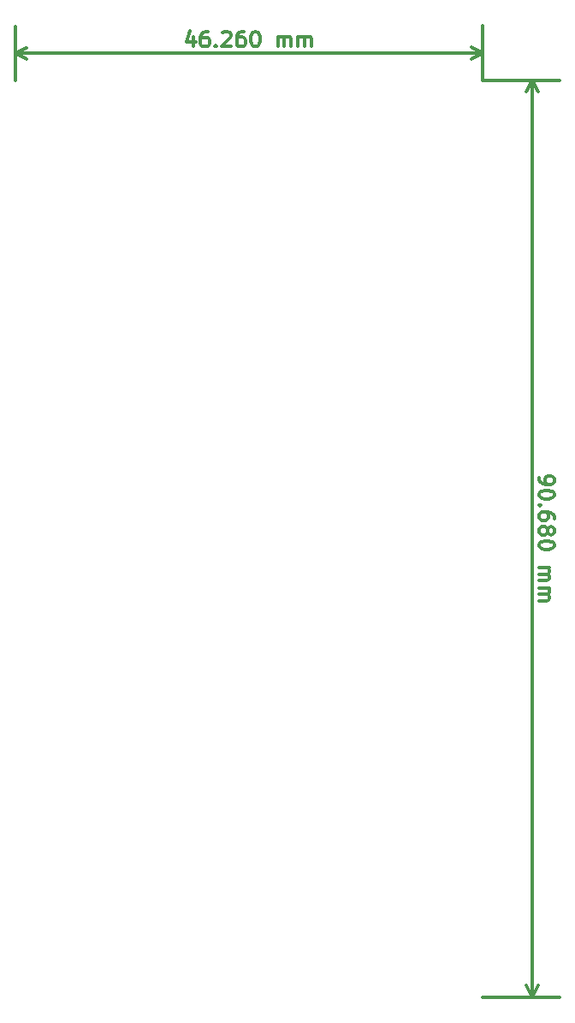
<source format=gbr>
G04 #@! TF.FileFunction,Other,ECO2*
%FSLAX46Y46*%
G04 Gerber Fmt 4.6, Leading zero omitted, Abs format (unit mm)*
G04 Created by KiCad (PCBNEW 4.0.7) date 04/25/19 22:47:30*
%MOMM*%
%LPD*%
G01*
G04 APERTURE LIST*
%ADD10C,0.100000*%
%ADD11C,0.300000*%
G04 APERTURE END LIST*
D10*
D11*
X164976107Y-82717958D02*
X164976139Y-83003673D01*
X165047583Y-83146522D01*
X165119020Y-83217942D01*
X165333320Y-83360776D01*
X165619043Y-83432173D01*
X166190471Y-83432110D01*
X166333320Y-83360666D01*
X166404741Y-83289229D01*
X166476155Y-83146364D01*
X166476123Y-82860650D01*
X166404678Y-82717800D01*
X166333242Y-82646380D01*
X166190377Y-82574967D01*
X165833234Y-82575006D01*
X165690385Y-82646451D01*
X165618964Y-82717887D01*
X165547551Y-82860753D01*
X165547583Y-83146467D01*
X165619027Y-83289316D01*
X165690463Y-83360737D01*
X165833328Y-83432149D01*
X166476289Y-84360649D02*
X166476304Y-84503506D01*
X166404891Y-84646371D01*
X166333470Y-84717808D01*
X166190621Y-84789253D01*
X165904915Y-84860712D01*
X165547772Y-84860752D01*
X165262050Y-84789355D01*
X165119185Y-84717942D01*
X165047748Y-84646521D01*
X164976304Y-84503672D01*
X164976289Y-84360815D01*
X165047701Y-84217950D01*
X165119122Y-84146513D01*
X165261971Y-84075069D01*
X165547677Y-84003609D01*
X165904820Y-84003569D01*
X166190542Y-84074967D01*
X166333407Y-84146379D01*
X166404844Y-84217800D01*
X166476289Y-84360649D01*
X165119272Y-85503656D02*
X165047851Y-85575092D01*
X164976415Y-85503672D01*
X165047835Y-85432235D01*
X165119272Y-85503656D01*
X164976415Y-85503672D01*
X166476564Y-86860649D02*
X166476533Y-86574935D01*
X166405088Y-86432086D01*
X166333651Y-86360665D01*
X166119350Y-86217832D01*
X165833628Y-86146434D01*
X165262200Y-86146497D01*
X165119350Y-86217942D01*
X165047929Y-86289378D01*
X164976517Y-86432244D01*
X164976549Y-86717958D01*
X165047992Y-86860807D01*
X165119429Y-86932228D01*
X165262294Y-87003640D01*
X165619437Y-87003601D01*
X165762286Y-86932157D01*
X165833706Y-86860720D01*
X165905120Y-86717855D01*
X165905088Y-86432141D01*
X165833643Y-86289291D01*
X165762207Y-86217871D01*
X165619343Y-86146458D01*
X165833817Y-87860720D02*
X165905230Y-87717854D01*
X165976651Y-87646419D01*
X166119500Y-87574974D01*
X166190928Y-87574966D01*
X166333793Y-87646379D01*
X166405230Y-87717799D01*
X166476675Y-87860649D01*
X166476706Y-88146363D01*
X166405293Y-88289228D01*
X166333872Y-88360665D01*
X166191023Y-88432109D01*
X166119595Y-88432117D01*
X165976730Y-88360705D01*
X165905293Y-88289283D01*
X165833848Y-88146434D01*
X165833817Y-87860720D01*
X165762373Y-87717870D01*
X165690936Y-87646450D01*
X165548071Y-87575037D01*
X165262357Y-87575068D01*
X165119508Y-87646513D01*
X165048087Y-87717949D01*
X164976675Y-87860815D01*
X164976706Y-88146529D01*
X165048150Y-88289378D01*
X165119587Y-88360799D01*
X165262452Y-88432211D01*
X165548166Y-88432180D01*
X165691015Y-88360736D01*
X165762436Y-88289299D01*
X165833848Y-88146434D01*
X166476840Y-89360648D02*
X166476856Y-89503505D01*
X166405443Y-89646370D01*
X166334021Y-89717807D01*
X166191172Y-89789252D01*
X165905466Y-89860711D01*
X165548323Y-89860751D01*
X165262601Y-89789354D01*
X165119736Y-89717941D01*
X165048300Y-89646520D01*
X164976856Y-89503671D01*
X164976840Y-89360814D01*
X165048252Y-89217949D01*
X165119673Y-89146512D01*
X165262523Y-89075068D01*
X165548229Y-89003608D01*
X165905372Y-89003568D01*
X166191094Y-89074966D01*
X166333958Y-89146378D01*
X166405395Y-89217799D01*
X166476840Y-89360648D01*
X164977092Y-91646528D02*
X165977092Y-91646418D01*
X165834234Y-91646433D02*
X165905671Y-91717853D01*
X165977116Y-91860704D01*
X165977139Y-92074989D01*
X165905726Y-92217853D01*
X165762877Y-92289298D01*
X164977163Y-92289385D01*
X165762877Y-92289298D02*
X165905742Y-92360711D01*
X165977187Y-92503561D01*
X165977210Y-92717846D01*
X165905797Y-92860711D01*
X165762948Y-92932155D01*
X164977234Y-92932242D01*
X164977313Y-93646528D02*
X165977313Y-93646418D01*
X165834455Y-93646433D02*
X165905892Y-93717853D01*
X165977336Y-93860704D01*
X165977360Y-94074989D01*
X165905947Y-94217853D01*
X165763098Y-94289298D01*
X164977384Y-94289385D01*
X165763098Y-94289298D02*
X165905962Y-94360711D01*
X165977407Y-94503561D01*
X165977431Y-94717846D01*
X165906018Y-94860711D01*
X165763168Y-94932155D01*
X164977454Y-94932242D01*
X164300348Y-43449460D02*
X164310348Y-134129460D01*
X159400000Y-43450000D02*
X167000348Y-43449162D01*
X159410000Y-134130000D02*
X167010348Y-134129162D01*
X164310348Y-134129460D02*
X163723803Y-133003021D01*
X164310348Y-134129460D02*
X164896645Y-133002892D01*
X164300348Y-43449460D02*
X163714051Y-44576028D01*
X164300348Y-43449460D02*
X164886893Y-44575899D01*
X130769061Y-39124828D02*
X130769277Y-40124828D01*
X130411794Y-38553477D02*
X130054883Y-39624982D01*
X130983455Y-39624782D01*
X132197524Y-38624519D02*
X131911810Y-38624581D01*
X131768968Y-38696041D01*
X131697554Y-38767485D01*
X131554744Y-38981801D01*
X131483377Y-39267532D01*
X131483500Y-39838960D01*
X131554960Y-39981801D01*
X131626403Y-40053215D01*
X131769277Y-40124612D01*
X132054991Y-40124550D01*
X132197832Y-40053091D01*
X132269246Y-39981647D01*
X132340643Y-39838774D01*
X132340566Y-39481631D01*
X132269107Y-39338790D01*
X132197662Y-39267377D01*
X132054790Y-39195979D01*
X131769076Y-39196041D01*
X131626234Y-39267501D01*
X131554821Y-39338944D01*
X131483423Y-39481817D01*
X132983531Y-39981492D02*
X133054974Y-40052906D01*
X132983562Y-40124349D01*
X132912117Y-40052937D01*
X132983531Y-39981492D01*
X132983562Y-40124349D01*
X133626125Y-38767068D02*
X133697539Y-38695624D01*
X133840380Y-38624164D01*
X134197523Y-38624087D01*
X134340396Y-38695485D01*
X134411840Y-38766898D01*
X134483299Y-38909740D01*
X134483330Y-39052597D01*
X134411948Y-39266898D01*
X133554991Y-40124226D01*
X134483562Y-40124025D01*
X135768951Y-38623747D02*
X135483237Y-38623809D01*
X135340396Y-38695269D01*
X135268982Y-38766713D01*
X135126172Y-38981029D01*
X135054804Y-39266759D01*
X135054928Y-39838187D01*
X135126388Y-39981029D01*
X135197831Y-40052443D01*
X135340705Y-40123840D01*
X135626419Y-40123778D01*
X135769260Y-40052319D01*
X135840674Y-39980875D01*
X135912071Y-39838002D01*
X135911994Y-39480859D01*
X135840535Y-39338018D01*
X135769090Y-39266605D01*
X135626218Y-39195207D01*
X135340504Y-39195269D01*
X135197661Y-39266729D01*
X135126249Y-39338172D01*
X135054851Y-39481044D01*
X136840379Y-38623515D02*
X136983236Y-38623485D01*
X137126109Y-38694883D01*
X137197553Y-38766296D01*
X137269013Y-38909138D01*
X137340503Y-39194836D01*
X137340580Y-39551979D01*
X137269214Y-39837709D01*
X137197816Y-39980581D01*
X137126402Y-40052026D01*
X136983561Y-40123485D01*
X136840704Y-40123515D01*
X136697831Y-40052118D01*
X136626387Y-39980705D01*
X136554928Y-39837863D01*
X136483437Y-39552165D01*
X136483360Y-39195022D01*
X136554727Y-38909292D01*
X136626124Y-38766420D01*
X136697538Y-38694975D01*
X136840379Y-38623515D01*
X139126418Y-40123021D02*
X139126201Y-39123021D01*
X139126232Y-39265879D02*
X139197645Y-39194435D01*
X139340487Y-39122975D01*
X139554772Y-39122929D01*
X139697645Y-39194327D01*
X139769105Y-39337168D01*
X139769275Y-40122882D01*
X139769105Y-39337168D02*
X139840503Y-39194296D01*
X139983344Y-39122836D01*
X140197629Y-39122790D01*
X140340503Y-39194188D01*
X140411962Y-39337029D01*
X140412132Y-40122743D01*
X141126418Y-40122589D02*
X141126201Y-39122589D01*
X141126232Y-39265447D02*
X141197645Y-39194003D01*
X141340487Y-39122543D01*
X141554772Y-39122496D01*
X141697645Y-39193895D01*
X141769105Y-39336736D01*
X141769275Y-40122450D01*
X141769105Y-39336736D02*
X141840503Y-39193864D01*
X141983344Y-39122404D01*
X142197629Y-39122357D01*
X142340503Y-39193756D01*
X142411962Y-39336597D01*
X142412132Y-40122311D01*
X113139421Y-40800068D02*
X159399421Y-40790068D01*
X113140000Y-43480000D02*
X113138837Y-38100068D01*
X159400000Y-43470000D02*
X159398837Y-38090068D01*
X159399421Y-40790068D02*
X158273044Y-41376732D01*
X159399421Y-40790068D02*
X158272791Y-40203891D01*
X113139421Y-40800068D02*
X114266051Y-41386245D01*
X113139421Y-40800068D02*
X114265798Y-40213404D01*
M02*

</source>
